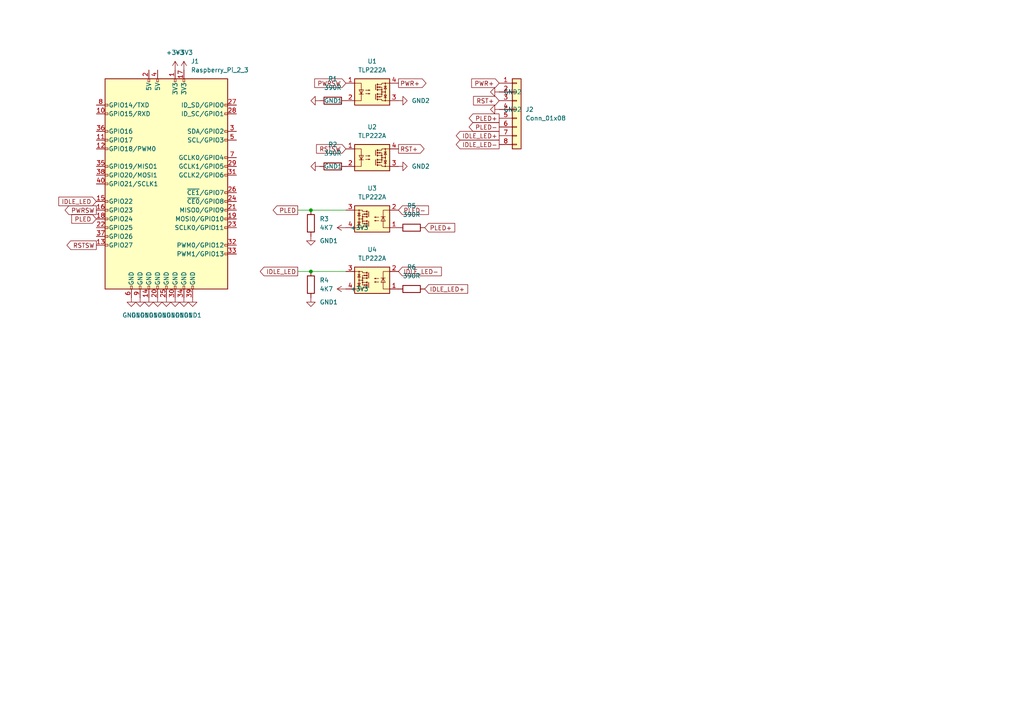
<source format=kicad_sch>
(kicad_sch (version 20211123) (generator eeschema)
  (paper "A4")
  (lib_symbols
    (symbol "Connector:Raspberry_Pi_2_3" (pin_names (offset 1.016))
      (property "Reference" "J" (at -17.78 31.75 0))
      (property "Value" "Raspberry_Pi_2_3" (at 10.16 -31.75 0))
      (symbol "Raspberry_Pi_2_3_0_1"
        (rectangle (start -17.78 30.48) (end 17.78 -30.48) (stroke (width 0.254)) (fill (type background)))
      )
      (symbol "Raspberry_Pi_2_3_1_1"
        (rectangle (start -16.891 -17.526) (end -17.78 -18.034))
        (rectangle (start -16.891 -14.986) (end -17.78 -15.494))
        (rectangle (start -16.891 -12.446) (end -17.78 -12.954))
        (rectangle (start -16.891 -9.906) (end -17.78 -10.414))
        (rectangle (start -16.891 -7.366) (end -17.78 -7.874))
        (rectangle (start -16.891 -4.826) (end -17.78 -5.334))
        (rectangle (start -16.891 0.254) (end -17.78 -0.254))
        (rectangle (start -16.891 2.794) (end -17.78 2.286))
        (rectangle (start -16.891 5.334) (end -17.78 4.826))
        (rectangle (start -16.891 10.414) (end -17.78 9.906))
        (rectangle (start -16.891 12.954) (end -17.78 12.446))
        (rectangle (start -16.891 15.494) (end -17.78 14.986))
        (rectangle (start -16.891 20.574) (end -17.78 20.066))
        (rectangle (start -16.891 23.114) (end -17.78 22.606))
        (rectangle (start -10.414 -29.591) (end -9.906 -30.48))
        (rectangle (start -7.874 -29.591) (end -7.366 -30.48))
        (rectangle (start -5.334 -29.591) (end -4.826 -30.48))
        (rectangle (start -5.334 30.48) (end -4.826 29.591))
        (rectangle (start -2.794 -29.591) (end -2.286 -30.48))
        (rectangle (start -2.794 30.48) (end -2.286 29.591))
        (rectangle (start -0.254 -29.591) (end 0.254 -30.48))
        (rectangle (start 2.286 -29.591) (end 2.794 -30.48))
        (rectangle (start 2.286 30.48) (end 2.794 29.591))
        (rectangle (start 4.826 -29.591) (end 5.334 -30.48))
        (rectangle (start 4.826 30.48) (end 5.334 29.591))
        (rectangle (start 7.366 -29.591) (end 7.874 -30.48))
        (rectangle (start 17.78 -20.066) (end 16.891 -20.574))
        (rectangle (start 17.78 -17.526) (end 16.891 -18.034))
        (rectangle (start 17.78 -12.446) (end 16.891 -12.954))
        (rectangle (start 17.78 -9.906) (end 16.891 -10.414))
        (rectangle (start 17.78 -7.366) (end 16.891 -7.874))
        (rectangle (start 17.78 -4.826) (end 16.891 -5.334))
        (rectangle (start 17.78 -2.286) (end 16.891 -2.794))
        (rectangle (start 17.78 2.794) (end 16.891 2.286))
        (rectangle (start 17.78 5.334) (end 16.891 4.826))
        (rectangle (start 17.78 7.874) (end 16.891 7.366))
        (rectangle (start 17.78 12.954) (end 16.891 12.446))
        (rectangle (start 17.78 15.494) (end 16.891 14.986))
        (rectangle (start 17.78 20.574) (end 16.891 20.066))
        (rectangle (start 17.78 23.114) (end 16.891 22.606))
        (pin power_in line (at 2.54 33.02 270) (length 2.54) (name "3V3") (number "1"))
        (pin bidirectional line (at -20.32 20.32 0) (length 2.54) (name "GPIO15/RXD") (number "10"))
        (pin bidirectional line (at -20.32 12.7 0) (length 2.54) (name "GPIO17") (number "11"))
        (pin bidirectional line (at -20.32 10.16 0) (length 2.54) (name "GPIO18/PWM0") (number "12"))
        (pin bidirectional line (at -20.32 -17.78 0) (length 2.54) (name "GPIO27") (number "13"))
        (pin power_in line (at -5.08 -33.02 90) (length 2.54) (name "GND") (number "14"))
        (pin bidirectional line (at -20.32 -5.08 0) (length 2.54) (name "GPIO22") (number "15"))
        (pin bidirectional line (at -20.32 -7.62 0) (length 2.54) (name "GPIO23") (number "16"))
        (pin power_in line (at 5.08 33.02 270) (length 2.54) (name "3V3") (number "17"))
        (pin bidirectional line (at -20.32 -10.16 0) (length 2.54) (name "GPIO24") (number "18"))
        (pin bidirectional line (at 20.32 -10.16 180) (length 2.54) (name "MOSI0/GPIO10") (number "19"))
        (pin power_in line (at -5.08 33.02 270) (length 2.54) (name "5V") (number "2"))
        (pin power_in line (at -2.54 -33.02 90) (length 2.54) (name "GND") (number "20"))
        (pin bidirectional line (at 20.32 -7.62 180) (length 2.54) (name "MISO0/GPIO9") (number "21"))
        (pin bidirectional line (at -20.32 -12.7 0) (length 2.54) (name "GPIO25") (number "22"))
        (pin bidirectional line (at 20.32 -12.7 180) (length 2.54) (name "SCLK0/GPIO11") (number "23"))
        (pin bidirectional line (at 20.32 -5.08 180) (length 2.54) (name "~{CE0}/GPIO8") (number "24"))
        (pin power_in line (at 0 -33.02 90) (length 2.54) (name "GND") (number "25"))
        (pin bidirectional line (at 20.32 -2.54 180) (length 2.54) (name "~{CE1}/GPIO7") (number "26"))
        (pin bidirectional line (at 20.32 22.86 180) (length 2.54) (name "ID_SD/GPIO0") (number "27"))
        (pin bidirectional line (at 20.32 20.32 180) (length 2.54) (name "ID_SC/GPIO1") (number "28"))
        (pin bidirectional line (at 20.32 5.08 180) (length 2.54) (name "GCLK1/GPIO5") (number "29"))
        (pin bidirectional line (at 20.32 15.24 180) (length 2.54) (name "SDA/GPIO2") (number "3"))
        (pin power_in line (at 2.54 -33.02 90) (length 2.54) (name "GND") (number "30"))
        (pin bidirectional line (at 20.32 2.54 180) (length 2.54) (name "GCLK2/GPIO6") (number "31"))
        (pin bidirectional line (at 20.32 -17.78 180) (length 2.54) (name "PWM0/GPIO12") (number "32"))
        (pin bidirectional line (at 20.32 -20.32 180) (length 2.54) (name "PWM1/GPIO13") (number "33"))
        (pin power_in line (at 5.08 -33.02 90) (length 2.54) (name "GND") (number "34"))
        (pin bidirectional line (at -20.32 5.08 0) (length 2.54) (name "GPIO19/MISO1") (number "35"))
        (pin bidirectional line (at -20.32 15.24 0) (length 2.54) (name "GPIO16") (number "36"))
        (pin bidirectional line (at -20.32 -15.24 0) (length 2.54) (name "GPIO26") (number "37"))
        (pin bidirectional line (at -20.32 2.54 0) (length 2.54) (name "GPIO20/MOSI1") (number "38"))
        (pin power_in line (at 7.62 -33.02 90) (length 2.54) (name "GND") (number "39"))
        (pin power_in line (at -2.54 33.02 270) (length 2.54) (name "5V") (number "4"))
        (pin bidirectional line (at -20.32 0 0) (length 2.54) (name "GPIO21/SCLK1") (number "40"))
        (pin bidirectional line (at 20.32 12.7 180) (length 2.54) (name "SCL/GPIO3") (number "5"))
        (pin power_in line (at -10.16 -33.02 90) (length 2.54) (name "GND") (number "6"))
        (pin bidirectional line (at 20.32 7.62 180) (length 2.54) (name "GCLK0/GPIO4") (number "7"))
        (pin bidirectional line (at -20.32 22.86 0) (length 2.54) (name "GPIO14/TXD") (number "8"))
        (pin power_in line (at -7.62 -33.02 90) (length 2.54) (name "GND") (number "9"))
      )
    )
    (symbol "Connector_Generic:Conn_01x08" (pin_names (offset 1.016) hide)
      (property "Reference" "J" (at 0 10.16 0))
      (property "Value" "Conn_01x08" (at 0 -12.7 0))
      (symbol "Conn_01x08_1_1"
        (rectangle (start -1.27 -10.033) (end 0 -10.287) (stroke (width 0.1524)))
        (rectangle (start -1.27 -7.493) (end 0 -7.747) (stroke (width 0.1524)))
        (rectangle (start -1.27 -4.953) (end 0 -5.207) (stroke (width 0.1524)))
        (rectangle (start -1.27 -2.413) (end 0 -2.667) (stroke (width 0.1524)))
        (rectangle (start -1.27 0.127) (end 0 -0.127) (stroke (width 0.1524)))
        (rectangle (start -1.27 2.667) (end 0 2.413) (stroke (width 0.1524)))
        (rectangle (start -1.27 5.207) (end 0 4.953) (stroke (width 0.1524)))
        (rectangle (start -1.27 7.747) (end 0 7.493) (stroke (width 0.1524)))
        (rectangle (start -1.27 8.89) (end 1.27 -11.43) (stroke (width 0.254)) (fill (type background)))
        (pin passive line (at -5.08 7.62 0) (length 3.81) (name "Pin_1") (number "1"))
        (pin passive line (at -5.08 5.08 0) (length 3.81) (name "Pin_2") (number "2"))
        (pin passive line (at -5.08 2.54 0) (length 3.81) (name "Pin_3") (number "3"))
        (pin passive line (at -5.08 0 0) (length 3.81) (name "Pin_4") (number "4"))
        (pin passive line (at -5.08 -2.54 0) (length 3.81) (name "Pin_5") (number "5"))
        (pin passive line (at -5.08 -5.08 0) (length 3.81) (name "Pin_6") (number "6"))
        (pin passive line (at -5.08 -7.62 0) (length 3.81) (name "Pin_7") (number "7"))
        (pin passive line (at -5.08 -10.16 0) (length 3.81) (name "Pin_8") (number "8"))
      )
    )
    (symbol "Device:R" (pin_numbers hide) (pin_names (offset 0))
      (property "Reference" "R" (at 2.032 0 90))
      (property "Value" "R" (at 0 0 90))
      (symbol "R_0_1"
        (rectangle (start -1.016 -2.54) (end 1.016 2.54) (stroke (width 0.254)))
      )
      (symbol "R_1_1"
        (pin passive line (at 0 3.81 270) (length 1.27) (name "~") (number "1"))
        (pin passive line (at 0 -3.81 90) (length 1.27) (name "~") (number "2"))
      )
    )
    (symbol "Relay_SolidState:TLP222A"
      (property "Reference" "U" (at -5.08 5.08 0))
      (property "Value" "TLP222A" (at 0 5.08 0))
      (symbol "TLP222A_0_1"
        (rectangle (start -5.08 3.81) (end 5.08 -3.81) (stroke (width 0.254)) (fill (type background)))
        (polyline (pts (xy -3.81 -0.635) (xy -2.54 -0.635)))
        (polyline (pts (xy 1.016 -0.635) (xy 1.016 -2.159)) (stroke (width 0.2032)))
        (polyline (pts (xy 1.016 2.159) (xy 1.016 0.635)) (stroke (width 0.2032)))
        (polyline (pts (xy 1.524 -0.508) (xy 1.524 -0.762)) (stroke (width 0.3556)))
        (polyline (pts (xy 2.794 0) (xy 3.81 0)))
        (polyline (pts (xy 3.429 -1.651) (xy 4.191 -1.651)))
        (polyline (pts (xy 3.429 1.651) (xy 4.191 1.651)))
        (polyline (pts (xy 3.81 -2.54) (xy 3.81 2.54)))
        (polyline (pts (xy 1.524 -2.032) (xy 1.524 -2.286) (xy 1.524 -2.286)) (stroke (width 0.3556)))
        (polyline (pts (xy 1.524 -1.27) (xy 1.524 -1.524) (xy 1.524 -1.524)) (stroke (width 0.3556)))
        (polyline (pts (xy 1.524 0.762) (xy 1.524 0.508) (xy 1.524 0.508)) (stroke (width 0.3556)))
        (polyline (pts (xy 1.524 1.524) (xy 1.524 1.27) (xy 1.524 1.27)) (stroke (width 0.3556)))
        (polyline (pts (xy 1.524 2.286) (xy 1.524 2.032) (xy 1.524 2.032)) (stroke (width 0.3556)))
        (polyline (pts (xy 1.651 -1.397) (xy 2.794 -1.397) (xy 2.794 -0.635)))
        (polyline (pts (xy 1.651 1.397) (xy 2.794 1.397) (xy 2.794 0.635)))
        (polyline (pts (xy -5.08 2.54) (xy -3.175 2.54) (xy -3.175 -2.54) (xy -5.08 -2.54)))
        (polyline (pts (xy -3.175 -0.635) (xy -3.81 0.635) (xy -2.54 0.635) (xy -3.175 -0.635)))
        (polyline (pts (xy 1.651 -2.159) (xy 2.794 -2.159) (xy 2.794 -2.54) (xy 5.08 -2.54)))
        (polyline (pts (xy 1.651 -0.635) (xy 2.794 -0.635) (xy 2.794 0.635) (xy 1.651 0.635)))
        (polyline (pts (xy 1.651 2.159) (xy 2.794 2.159) (xy 2.794 2.54) (xy 5.08 2.54)))
        (polyline (pts (xy 1.778 -1.397) (xy 2.286 -1.27) (xy 2.286 -1.524) (xy 1.778 -1.397)))
        (polyline (pts (xy 1.778 1.397) (xy 2.286 1.524) (xy 2.286 1.27) (xy 1.778 1.397)))
        (polyline (pts (xy 3.81 -1.651) (xy 3.429 -0.889) (xy 4.191 -0.889) (xy 3.81 -1.651)))
        (polyline (pts (xy 3.81 1.651) (xy 3.429 0.889) (xy 4.191 0.889) (xy 3.81 1.651)))
        (polyline (pts (xy -1.905 -0.508) (xy -0.635 -0.508) (xy -1.016 -0.635) (xy -1.016 -0.381) (xy -0.635 -0.508)))
        (polyline (pts (xy -1.905 0.508) (xy -0.635 0.508) (xy -1.016 0.381) (xy -1.016 0.635) (xy -0.635 0.508)))
        (circle (center 2.794 -0.635) (radius 0.127))
        (circle (center 2.794 0) (radius 0.127))
        (circle (center 2.794 0.635) (radius 0.127))
        (circle (center 3.81 -2.54) (radius 0.127))
        (circle (center 3.81 0) (radius 0.127))
        (circle (center 3.81 2.54) (radius 0.127))
      )
      (symbol "TLP222A_1_1"
        (pin passive line (at -7.62 2.54 0) (length 2.54) (name "~") (number "1"))
        (pin passive line (at -7.62 -2.54 0) (length 2.54) (name "~") (number "2"))
        (pin passive line (at 7.62 -2.54 180) (length 2.54) (name "~") (number "3"))
        (pin passive line (at 7.62 2.54 180) (length 2.54) (name "~") (number "4"))
      )
    )
    (symbol "power:+3.3V" (power) (pin_names (offset 0))
      (property "Value" "+3.3V" (at 0 3.556 0))
      (symbol "+3.3V_0_1"
        (polyline (pts (xy -0.762 1.27) (xy 0 2.54)))
        (polyline (pts (xy 0 0) (xy 0 2.54)))
        (polyline (pts (xy 0 2.54) (xy 0.762 1.27)))
      )
      (symbol "+3.3V_1_1"
        (pin power_in line (at 0 0 90) (length 0) hide (name "+3V3") (number "1"))
      )
    )
    (symbol "power:GND1" (power) (pin_names (offset 0))
      (property "Value" "GND1" (at 0 -3.81 0))
      (symbol "GND1_0_1"
        (polyline (pts (xy 0 0) (xy 0 -1.27) (xy 1.27 -1.27) (xy 0 -2.54) (xy -1.27 -1.27) (xy 0 -1.27)))
      )
      (symbol "GND1_1_1"
        (pin power_in line (at 0 0 270) (length 0) hide (name "GND1") (number "1"))
      )
    )
    (symbol "power:GND2" (power) (pin_names (offset 0))
      (property "Value" "GND2" (at 0 -3.81 0))
      (symbol "GND2_0_1"
        (polyline (pts (xy 0 0) (xy 0 -1.27) (xy 1.27 -1.27) (xy 0 -2.54) (xy -1.27 -1.27) (xy 0 -1.27)))
      )
      (symbol "GND2_1_1"
        (pin power_in line (at 0 0 270) (length 0) hide (name "GND2") (number "1"))
      )
    )
  )
  (junction (at 90.17 78.74))
  (junction (at 90.17 60.96))
  (wire (pts (xy 86.36 60.96) (xy 90.17 60.96)))
  (wire (pts (xy 90.17 60.96) (xy 100.33 60.96)))
  (wire (pts (xy 86.36 78.74) (xy 90.17 78.74)))
  (wire (pts (xy 90.17 78.74) (xy 100.33 78.74)))
  (global_label "PWRSW" (shape output) (at 27.94 60.96 180) (property "Intersheet References" "${INTERSHEET_REFS}" (effects hide)))
  (global_label "IDLE_LED+" (shape input) (at 123.19 83.82 0) (property "Intersheet References" "${INTERSHEET_REFS}" (effects hide)))
  (global_label "PWRSW" (shape input) (at 100.33 24.13 180) (property "Intersheet References" "${INTERSHEET_REFS}" (effects hide)))
  (global_label "RST+" (shape input) (at 144.78 29.21 180) (property "Intersheet References" "${INTERSHEET_REFS}" (effects hide)))
  (global_label "PLED" (shape output) (at 86.36 60.96 180) (property "Intersheet References" "${INTERSHEET_REFS}" (effects hide)))
  (global_label "PWR+" (shape input) (at 144.78 24.13 180) (property "Intersheet References" "${INTERSHEET_REFS}" (effects hide)))
  (global_label "PLED" (shape input) (at 27.94 63.5 180) (property "Intersheet References" "${INTERSHEET_REFS}" (effects hide)))
  (global_label "IDLE_LED-" (shape output) (at 144.78 41.91 180) (property "Intersheet References" "${INTERSHEET_REFS}" (effects hide)))
  (global_label "IDLE_LED" (shape output) (at 86.36 78.74 180) (property "Intersheet References" "${INTERSHEET_REFS}" (effects hide)))
  (global_label "RSTSW" (shape input) (at 100.33 43.18 180) (property "Intersheet References" "${INTERSHEET_REFS}" (effects hide)))
  (global_label "PLED+" (shape input) (at 123.19 66.04 0) (property "Intersheet References" "${INTERSHEET_REFS}" (effects hide)))
  (global_label "RSTSW" (shape output) (at 27.94 71.12 180) (property "Intersheet References" "${INTERSHEET_REFS}" (effects hide)))
  (global_label "IDLE_LED+" (shape output) (at 144.78 39.37 180) (property "Intersheet References" "${INTERSHEET_REFS}" (effects hide)))
  (global_label "PLED-" (shape output) (at 144.78 36.83 180) (property "Intersheet References" "${INTERSHEET_REFS}" (effects hide)))
  (global_label "PWR+" (shape output) (at 115.57 24.13 0) (property "Intersheet References" "${INTERSHEET_REFS}" (effects hide)))
  (global_label "IDLE_LED-" (shape input) (at 115.57 78.74 0) (property "Intersheet References" "${INTERSHEET_REFS}" (effects hide)))
  (global_label "PLED+" (shape output) (at 144.78 34.29 180) (property "Intersheet References" "${INTERSHEET_REFS}" (effects hide)))
  (global_label "IDLE_LED" (shape input) (at 27.94 58.42 180) (property "Intersheet References" "${INTERSHEET_REFS}" (effects hide)))
  (global_label "RST+" (shape output) (at 115.57 43.18 0) (property "Intersheet References" "${INTERSHEET_REFS}" (effects hide)))
  (global_label "PLED-" (shape input) (at 115.57 60.96 0) (property "Intersheet References" "${INTERSHEET_REFS}" (effects hide)))
  (symbol (lib_id "Relay_SolidState:TLP222A") (at 107.95 81.28 180) (unit 1)
    (property "Reference" "U4" (at 107.95 72.39 0))
    (property "Value" "TLP222A" (at 107.95 74.93 0))
    (property "Footprint" "Package_DIP:DIP-4_W7.62mm" (effects hide))
    (property "Datasheet" "https://toshiba.semicon-storage.com/info/docget.jsp?did=17036&prodName=TLP222A" (effects hide))
  )
  (symbol (lib_id "power:GND2") (at 144.78 31.75 270) (unit 1)
    (property "Reference" "#PWR012" (effects hide))
    (property "Value" "GND2" (at 146.05 31.7499 90) (effects (justify left)))
  )
  (symbol (lib_id "power:GND1") (at 45.72 86.36 0) (unit 1)
    (property "Reference" "#PWR0108" (effects hide))
    (property "Value" "GND1" (at 45.72 91.44 0))
  )
  (symbol (lib_id "power:GND1") (at 38.1 86.36 0) (unit 1)
    (property "Reference" "#PWR01" (effects hide))
    (property "Value" "GND1" (at 38.1 91.44 0))
  )
  (symbol (lib_id "Device:R") (at 90.17 82.55 180) (unit 1)
    (property "Reference" "R4" (at 92.71 81.2799 0) (effects (justify right)))
    (property "Value" "4K7" (at 92.71 83.8199 0) (effects (justify right)))
    (property "Footprint" "Resistor_THT:R_Axial_DIN0207_L6.3mm_D2.5mm_P10.16mm_Horizontal" (effects hide))
  )
  (symbol (lib_id "power:GND2") (at 115.57 48.26 90) (unit 1)
    (property "Reference" "#PWR010" (effects hide))
    (property "Value" "GND2" (at 119.38 48.2599 90) (effects (justify right)))
  )
  (symbol (lib_id "power:GND1") (at 92.71 29.21 270) (unit 1)
    (property "Reference" "#PWR05" (effects hide))
    (property "Value" "GND1" (at 93.98 29.2099 90) (effects (justify left)))
  )
  (symbol (lib_id "power:GND2") (at 115.57 29.21 90) (unit 1)
    (property "Reference" "#PWR09" (effects hide))
    (property "Value" "GND2" (at 119.38 29.2099 90) (effects (justify right)))
  )
  (symbol (lib_id "power:GND1") (at 40.64 86.36 0) (unit 1)
    (property "Reference" "#PWR0104" (effects hide))
    (property "Value" "GND1" (at 40.64 91.44 0))
  )
  (symbol (lib_id "power:GND2") (at 144.78 26.67 270) (unit 1)
    (property "Reference" "#PWR011" (effects hide))
    (property "Value" "GND2" (at 146.05 26.6699 90) (effects (justify left)))
  )
  (symbol (lib_id "power:+3.3V") (at 53.34 20.32 0) (unit 1)
    (property "Reference" "#PWR0105" (effects hide))
    (property "Value" "+3.3V" (at 53.34 15.24 0))
  )
  (symbol (lib_id "Device:R") (at 96.52 48.26 90) (unit 1)
    (property "Reference" "R2" (at 96.52 41.91 90))
    (property "Value" "390R" (at 96.52 44.45 90))
    (property "Footprint" "Resistor_THT:R_Axial_DIN0207_L6.3mm_D2.5mm_P10.16mm_Horizontal" (effects hide))
  )
  (symbol (lib_id "power:GND1") (at 48.26 86.36 0) (unit 1)
    (property "Reference" "#PWR0107" (effects hide))
    (property "Value" "GND1" (at 48.26 91.44 0))
  )
  (symbol (lib_id "power:GND1") (at 92.71 48.26 270) (unit 1)
    (property "Reference" "#PWR06" (effects hide))
    (property "Value" "GND1" (at 93.98 48.2599 90) (effects (justify left)))
  )
  (symbol (lib_id "power:GND1") (at 50.8 86.36 0) (unit 1)
    (property "Reference" "#PWR0109" (effects hide))
    (property "Value" "GND1" (at 50.8 91.44 0))
  )
  (symbol (lib_id "power:+3.3V") (at 100.33 66.04 90) (unit 1)
    (property "Reference" "#PWR0101" (effects hide))
    (property "Value" "+3.3V" (at 101.6 66.0399 90) (effects (justify right)))
  )
  (symbol (lib_id "Device:R") (at 96.52 29.21 90) (unit 1)
    (property "Reference" "R1" (at 96.52 22.86 90))
    (property "Value" "390R" (at 96.52 25.4 90))
    (property "Footprint" "Resistor_THT:R_Axial_DIN0207_L6.3mm_D2.5mm_P10.16mm_Horizontal" (effects hide))
  )
  (symbol (lib_id "Relay_SolidState:TLP222A") (at 107.95 63.5 180) (unit 1)
    (property "Reference" "U3" (at 107.95 54.61 0))
    (property "Value" "TLP222A" (at 107.95 57.15 0))
    (property "Footprint" "Package_DIP:DIP-4_W7.62mm" (effects hide))
    (property "Datasheet" "https://toshiba.semicon-storage.com/info/docget.jsp?did=17036&prodName=TLP222A" (effects hide))
  )
  (symbol (lib_id "Device:R") (at 119.38 83.82 90) (unit 1)
    (property "Reference" "R6" (at 119.38 77.47 90))
    (property "Value" "390R" (at 119.38 80.01 90))
    (property "Footprint" "Resistor_THT:R_Axial_DIN0207_L6.3mm_D2.5mm_P10.16mm_Horizontal" (effects hide))
  )
  (symbol (lib_id "Relay_SolidState:TLP222A") (at 107.95 45.72 0) (unit 1)
    (property "Reference" "U2" (at 107.95 36.83 0))
    (property "Value" "TLP222A" (at 107.95 39.37 0))
    (property "Footprint" "Package_DIP:DIP-4_W7.62mm" (effects hide))
    (property "Datasheet" "https://toshiba.semicon-storage.com/info/docget.jsp?did=17036&prodName=TLP222A" (effects hide))
  )
  (symbol (lib_id "Connector:Raspberry_Pi_2_3") (at 48.26 53.34 0) (unit 1)
    (property "Reference" "J1" (at 55.3594 17.78 0) (effects (justify left)))
    (property "Value" "Raspberry_Pi_2_3" (at 55.3594 20.32 0) (effects (justify left)))
    (property "Footprint" "Connector_PinSocket_2.54mm:PinSocket_2x09_P2.54mm_Vertical" (effects hide))
    (property "Datasheet" "https://www.raspberrypi.org/documentation/hardware/raspberrypi/schematics/rpi_SCH_3bplus_1p0_reduced.pdf" (effects hide))
  )
  (symbol (lib_id "Device:R") (at 119.38 66.04 90) (unit 1)
    (property "Reference" "R5" (at 119.38 59.69 90))
    (property "Value" "390R" (at 119.38 62.23 90))
    (property "Footprint" "Resistor_THT:R_Axial_DIN0207_L6.3mm_D2.5mm_P10.16mm_Horizontal" (effects hide))
  )
  (symbol (lib_id "power:+3.3V") (at 100.33 83.82 90) (unit 1)
    (property "Reference" "#PWR0102" (effects hide))
    (property "Value" "+3.3V" (at 101.6 83.8199 90) (effects (justify right)))
  )
  (symbol (lib_id "power:GND1") (at 90.17 68.58 0) (unit 1)
    (property "Reference" "#PWR03" (effects hide))
    (property "Value" "GND1" (at 92.71 69.8499 0) (effects (justify left)))
  )
  (symbol (lib_id "power:GND1") (at 90.17 86.36 0) (unit 1)
    (property "Reference" "#PWR04" (effects hide))
    (property "Value" "GND1" (at 92.71 87.6299 0) (effects (justify left)))
  )
  (symbol (lib_id "Connector_Generic:Conn_01x08") (at 149.86 31.75 0) (unit 1)
    (property "Reference" "J2" (at 152.4 31.7499 0) (effects (justify left)))
    (property "Value" "Conn_01x08" (at 152.4 34.2899 0) (effects (justify left)))
    (property "Footprint" "Connector_PinSocket_2.54mm:PinSocket_1x08_P2.54mm_Vertical" (effects hide))
  )
  (symbol (lib_id "Relay_SolidState:TLP222A") (at 107.95 26.67 0) (unit 1)
    (property "Reference" "U1" (at 107.95 17.78 0))
    (property "Value" "TLP222A" (at 107.95 20.32 0))
    (property "Footprint" "Package_DIP:DIP-4_W7.62mm" (effects hide))
    (property "Datasheet" "https://toshiba.semicon-storage.com/info/docget.jsp?did=17036&prodName=TLP222A" (effects hide))
  )
  (symbol (lib_id "power:GND1") (at 43.18 86.36 0) (unit 1)
    (property "Reference" "#PWR0106" (effects hide))
    (property "Value" "GND1" (at 43.18 91.44 0))
  )
  (symbol (lib_id "power:GND1") (at 53.34 86.36 0) (unit 1)
    (property "Reference" "#PWR0110" (effects hide))
    (property "Value" "GND1" (at 53.34 91.44 0))
  )
  (symbol (lib_id "Device:R") (at 90.17 64.77 180) (unit 1)
    (property "Reference" "R3" (at 92.71 63.4999 0) (effects (justify right)))
    (property "Value" "4K7" (at 92.71 66.0399 0) (effects (justify right)))
    (property "Footprint" "Resistor_THT:R_Axial_DIN0207_L6.3mm_D2.5mm_P10.16mm_Horizontal" (effects hide))
  )
  (symbol (lib_id "power:+3.3V") (at 50.8 20.32 0) (unit 1)
    (property "Reference" "#PWR0103" (effects hide))
    (property "Value" "+3.3V" (at 50.8 15.24 0))
  )
  (symbol (lib_id "power:GND1") (at 55.88 86.36 0) (unit 1)
    (property "Reference" "#PWR0111" (effects hide))
    (property "Value" "GND1" (at 55.88 91.44 0))
  )
)
</source>
